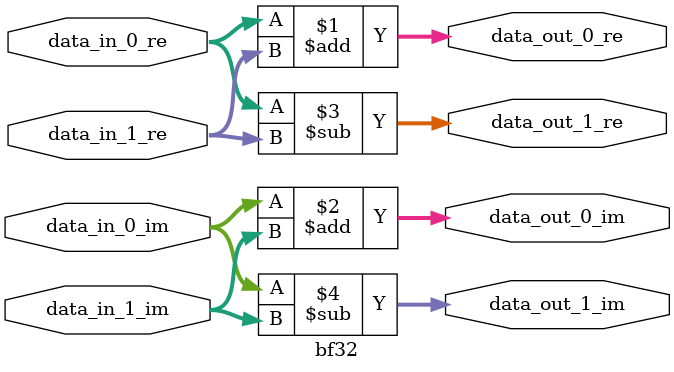
<source format=v>
`timescale 1ns/100ps
module bf32 #(parameter WIDTH = 11)(
	input  [WIDTH-1:0] data_in_0_re,
	input  [WIDTH-1:0] data_in_0_im,
	input  [WIDTH-1:0] data_in_1_re,
	input  [WIDTH-1:0] data_in_1_im,
	output [WIDTH-1:0] data_out_0_re,
	output [WIDTH-1:0] data_out_0_im,
	output [WIDTH-1:0] data_out_1_re,
	output [WIDTH-1:0] data_out_1_im
);

assign data_out_0_re = data_in_0_re + data_in_1_re;
assign data_out_0_im = data_in_0_im + data_in_1_im;
assign data_out_1_re = data_in_0_re - data_in_1_re;
assign data_out_1_im = data_in_0_im - data_in_1_im;

endmodule
</source>
